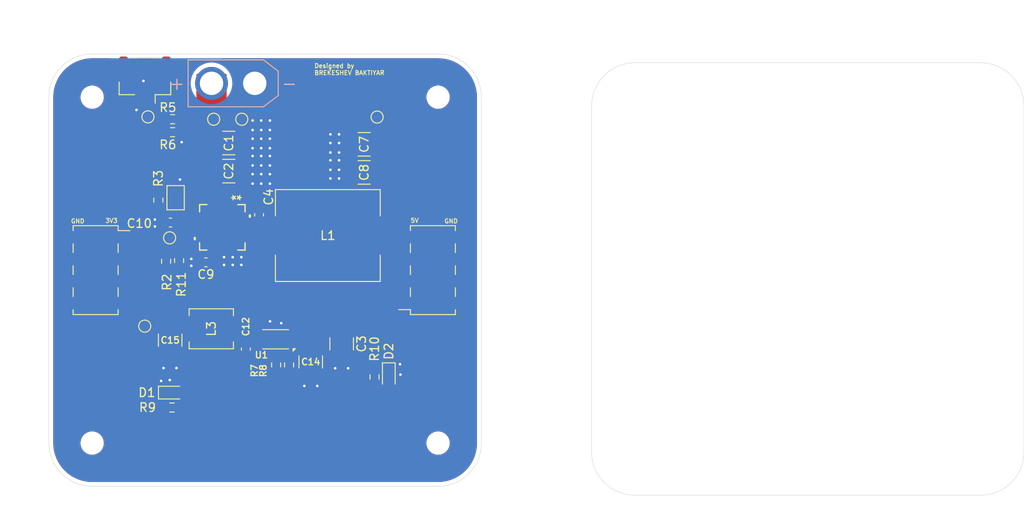
<source format=kicad_pcb>
(kicad_pcb (version 20240108) (generator "pcbnew") (generator_version "8.0")
  (layers (0 "F.Cu" signal) (31 "B.Cu" signal) (34 "B.Paste" user) (35 "F.Paste" user) (36 "B.SilkS" user "B.Silkscreen") (37 "F.SilkS" user "F.Silkscreen") (38 "B.Mask" user) (39 "F.Mask" user) (44 "Edge.Cuts" user))
  (net 0 "")
  (net 1 "V_IN")
  (net 2 "GND")
  (net 3 "+5V")
  (net 4 "Net-(U2-BST)")
  (net 5 "Net-(C4-Pad2)")
  (net 6 "Net-(U1-SW)")
  (net 7 "Net-(U2-VCC)")
  (net 8 "Net-(U2-SS)")
  (net 9 "Net-(JP2-B)")
  (net 10 "Net-(U2-FB)")
  (net 14 "Net-(U1-BOOST)")
  (net 15 "Net-(U1-V_{CC})")
  (net 16 "+3.3V")
  (net 17 "Net-(J2-Pin_1)")
  (net 20 "Net-(U1-Vfb)")
  (net 21 "Net-(D1-A)")
  (net 22 "Net-(D2-A)")
  (footprint "Connector_PinSocket_2.54mm:PinSocket_2x04_P2.54mm_Vertical_SMD" (layer "F.Cu") (at 184.4 105 180)
    (property "Reference" "J3" (hide yes))
    (property "Value" "Conn_02x04_Odd_Even")
    (pad "1" smd rect (at 2.52 -3.81 180) (size 3 1) (layers "F.Cu" "F.Paste" "F.Mask") (net 3 "+5V"))
    (pad "2" smd rect (at -2.52 -3.81 180) (size 3 1) (layers "F.Cu" "F.Paste" "F.Mask") (net 2 "GND"))
    (pad "3" smd rect (at 2.52 -1.270001 180) (size 3 1) (layers "F.Cu" "F.Paste" "F.Mask") (net 3 "+5V"))
    (pad "4" smd rect (at -2.52 -1.270001 180) (size 3 1) (layers "F.Cu" "F.Paste" "F.Mask") (net 2 "GND"))
    (pad "5" smd rect (at 2.52 1.270001 180) (size 3 1) (layers "F.Cu" "F.Paste" "F.Mask") (net 3 "+5V"))
    (pad "6" smd rect (at -2.52 1.270001 180) (size 3 1) (layers "F.Cu" "F.Paste" "F.Mask") (net 2 "GND"))
    (pad "7" smd rect (at 2.52 3.81 180) (size 3 1) (layers "F.Cu" "F.Paste" "F.Mask") (net 3 "+5V"))
    (pad "8" smd rect (at -2.52 3.81 180) (size 3 1) (layers "F.Cu" "F.Paste" "F.Mask") (net 2 "GND"))
  )
  (footprint "Resistor_SMD:R_0603_1608Metric_Pad0.98x0.95mm_HandSolder" (layer "F.Cu") (at 177.65 117.35625 -90)
    (property "Reference" "R10" (at -3.25 0 90) (layer "F.SilkS"))
    (property "Value" "220")
    (pad "1" smd roundrect (at -0.9125 0 270) (size 0.975 0.95) (layers "F.Cu" "F.Paste" "F.Mask") (net 3 "+5V"))
    (pad "2" smd roundrect (at 0.9125 0 270) (size 0.975 0.95) (layers "F.Cu" "F.Paste" "F.Mask") (net 22 "Net-(D2-A)"))
  )
  (footprint "Resistor_SMD:R_0603_1608Metric" (layer "F.Cu") (at 153.55 103.975 90)
    (property "Reference" "R2" (at -2.425 0.1 -90) (layer "F.SilkS"))
    (property "Value" "100k")
    (pad "1" smd roundrect (at -0.825 0 90) (size 0.8 0.95) (layers "F.Cu" "F.Paste" "F.Mask") (net 3 "+5V"))
    (pad "2" smd roundrect (at 0.825 0 90) (size 0.8 0.95) (layers "F.Cu" "F.Paste" "F.Mask") (net 10 "Net-(U2-FB)"))
  )
  (footprint "Capacitor_SMD:C_1210_3225Metric" (layer "F.Cu") (at 160.8 93.55)
    (property "Reference" "C2" (at 0 0 90) (layer "F.SilkS"))
    (property "Value" "2.2u")
    (pad "1" smd roundrect (at -1.475 0) (size 1.15 2.7) (layers "F.Cu" "F.Paste" "F.Mask") (roundrect_rratio 0.217391) (net 1 "V_IN"))
    (pad "2" smd roundrect (at 1.475 0) (size 1.15 2.7) (layers "F.Cu" "F.Paste" "F.Mask") (roundrect_rratio 0.217391) (net 2 "GND"))
  )
  (footprint "Capacitor_SMD:C_1210_3225Metric" (layer "F.Cu") (at 176.45 90.45 180)
    (property "Reference" "C7" (at 0 0 -90) (layer "F.SilkS"))
    (property "Value" "22uF")
    (pad "1" smd roundrect (at -1.475001 0 180) (size 1.15 2.7) (layers "F.Cu" "F.Paste" "F.Mask") (roundrect_rratio 0.217391) (net 3 "+5V"))
    (pad "2" smd roundrect (at 1.475001 0 180) (size 1.15 2.7) (layers "F.Cu" "F.Paste" "F.Mask") (roundrect_rratio 0.217391) (net 2 "GND"))
  )
  (footprint "Resistor_SMD:R_0603_1608Metric" (layer "F.Cu") (at 155.05 103.9 -90)
    (property "Reference" "R11" (at 2.75 -0.25 90) (layer "F.SilkS"))
    (property "Value" "22.1k")
    (pad "1" smd roundrect (at -0.825 0 270) (size 0.8 0.95) (layers "F.Cu" "F.Paste" "F.Mask") (net 10 "Net-(U2-FB)"))
    (pad "2" smd roundrect (at 0.825 0 270) (size 0.8 0.95) (layers "F.Cu" "F.Paste" "F.Mask") (net 2 "GND"))
  )
  (footprint "footprints:21-0140L_T2055-4_MXM" (layer "F.Cu") (at 160.05 100.05 -90)
    (property "Reference" "U2" (hide yes))
    (property "Value" "MAX17504ATP+T")
    (fp_text user "*" (at -3.4369 -1.625 -90) (layer "F.SilkS"))
    (fp_text user "*" (at -3.4369 -1.625 90) (layer "F.SilkS"))
    (pad "1" smd rect (at -2.3217 -1.3) (size 0.3056 0.960399) (layers "F.Cu" "F.Paste" "F.Mask") (net 1 "V_IN"))
    (pad "2" smd rect (at -2.3217 -0.649999) (size 0.3056 0.960399) (layers "F.Cu" "F.Paste" "F.Mask") (net 1 "V_IN"))
    (pad "3" smd rect (at -2.3217 0) (size 0.3056 0.960399) (layers "F.Cu" "F.Paste" "F.Mask") (net 1 "V_IN"))
    (pad "4" smd rect (at -2.3217 0.649999) (size 0.3056 0.960399) (layers "F.Cu" "F.Paste" "F.Mask") (net 1 "V_IN"))
    (pad "5" smd rect (at -2.3217 1.3) (size 0.3056 0.960399) (layers "F.Cu" "F.Paste" "F.Mask") (net 9 "Net-(JP2-B)"))
    (pad "6" smd rect (at -1.3 2.3217 270) (size 0.3056 0.960399) (layers "F.Cu" "F.Paste" "F.Mask"))
    (pad "7" smd rect (at -0.649999 2.3217 270) (size 0.3056 0.960399) (layers "F.Cu" "F.Paste" "F.Mask") (net 8 "Net-(U2-SS)"))
    (pad "8" smd rect (at 0 2.3217 270) (size 0.3056 0.960399) (layers "F.Cu" "F.Paste" "F.Mask"))
    (pad "9" smd rect (at 0.649999 2.3217 270) (size 0.3056 0.960399) (layers "F.Cu" "F.Paste" "F.Mask") (net 10 "Net-(U2-FB)"))
    (pad "10" smd rect (at 1.3 2.3217 270) (size 0.3056 0.960399) (layers "F.Cu" "F.Paste" "F.Mask"))
    (pad "11" smd rect (at 2.3217 1.3) (size 0.3056 0.960399) (layers "F.Cu" "F.Paste" "F.Mask") (net 2 "GND"))
    (pad "12" smd rect (at 2.3217 0.649999) (size 0.3056 0.960399) (layers "F.Cu" "F.Paste" "F.Mask") (net 7 "Net-(U2-VCC)"))
    (pad "13" smd rect (at 2.3217 0) (size 0.3056 0.960399) (layers "F.Cu" "F.Paste" "F.Mask") (net 2 "GND"))
    (pad "14" smd rect (at 2.3217 -0.649999) (size 0.3056 0.960399) (layers "F.Cu" "F.Paste" "F.Mask") (net 2 "GND"))
    (pad "15" smd rect (at 2.3217 -1.3) (size 0.3056 0.960399) (layers "F.Cu" "F.Paste" "F.Mask") (net 2 "GND"))
    (pad "16" smd rect (at 1.3 -2.3217 270) (size 0.3056 0.960399) (layers "F.Cu" "F.Paste" "F.Mask") (net 2 "GND"))
    (pad "17" smd rect (at 0.649999 -2.3217 270) (size 0.3056 0.960399) (layers "F.Cu" "F.Paste" "F.Mask") (net 5 "Net-(C4-Pad2)"))
    (pad "18" smd rect (at 0 -2.3217 270) (size 0.3056 0.960399) (layers "F.Cu" "F.Paste" "F.Mask") (net 5 "Net-(C4-Pad2)"))
    (pad "19" smd rect (at -0.649999 -2.3217 270) (size 0.3056 0.960399) (layers "F.Cu" "F.Paste" "F.Mask") (net 5 "Net-(C4-Pad2)"))
    (pad "20" smd rect (at -1.3 -2.3217 270) (size 0.3056 0.960399) (layers "F.Cu" "F.Paste" "F.Mask") (net 4 "Net-(U2-BST)"))
    (pad "21" smd rect (at 0 0 270) (size 3.2004 3.2004) (layers "F.Cu" "F.Paste" "F.Mask") (net 2 "GND"))
  )
  (footprint "Inductor_SMD:L_Chilisin_BMRF00101040" (layer "F.Cu") (at 172.25 101)
    (property "Reference" "L1" (at 0 0 0) (layer "F.SilkS"))
    (property "Value" "10u")
    (pad "1" smd rect (at -4.75 0) (size 3.5 4) (layers "F.Cu" "F.Paste" "F.Mask") (net 5 "Net-(C4-Pad2)"))
    (pad "2" smd rect (at 4.75 0) (size 3.5 4) (layers "F.Cu" "F.Paste" "F.Mask") (net 3 "+5V"))
  )
  (footprint "Capacitor_SMD:C_1210_3225Metric" (layer "F.Cu") (at 170.273201 115.607801 -90)
    (property "Reference" "C14" (at 0 0 180) (layer "F.SilkS") (effects (font (size 0.75 0.75))))
    (property "Value" "2.2uF")
    (pad "1" smd roundrect (at -1.475001 0 270) (size 1.15 2.7) (layers "F.Cu" "F.Paste" "F.Mask") (roundrect_rratio 0.217391) (net 15 "Net-(U1-V_{CC})"))
    (pad "2" smd roundrect (at 1.475001 0 270) (size 1.15 2.7) (layers "F.Cu" "F.Paste" "F.Mask") (roundrect_rratio 0.217391) (net 2 "GND"))
  )
  (footprint "MountingHole:MountingHole_2.2mm_M2" (layer "F.Cu") (at 185 125)
    (property "Reference" "H3" (hide yes))
    (property "Value" "MountingHole")
    (pad "" np_thru_hole circle (at 0 0) (size 2.2 2.2) (drill 2.2) (layers "*.Cu" "*.Mask"))
  )
  (footprint "MountingHole:MountingHole_2.2mm_M2" (layer "F.Cu") (at 145 85)
    (property "Reference" "H2" (hide yes))
    (property "Value" "MountingHole")
    (pad "" np_thru_hole circle (at 0 0) (size 2.2 2.2) (drill 2.2) (layers "*.Cu" "*.Mask"))
  )
  (footprint "MountingHole:MountingHole_2.2mm_M2" (layer "F.Cu") (at 145 125)
    (property "Reference" "H4" (hide yes))
    (property "Value" "MountingHole")
    (pad "" np_thru_hole circle (at 0 0) (size 2.2 2.2) (drill 2.2) (layers "*.Cu" "*.Mask"))
  )
  (footprint "TestPoint:TestPoint_Pad_D1.0mm" (layer "F.Cu") (at 177.95 87.3 90)
    (property "Reference" "TP3" (hide yes))
    (property "Value" "TestPoint")
    (pad "1" smd circle (at 0 0 90) (size 1 1) (layers "F.Cu" "F.Mask") (net 3 "+5V"))
  )
  (footprint "Inductor_SMD:L_Chilisin_BMRA00040415" (layer "F.Cu") (at 158.7732 111.782799 180)
    (property "Reference" "L3" (at 0 0 -90) (layer "F.SilkS"))
    (property "Value" "15u")
    (pad "1" smd rect (at -1.850001 0 180) (size 1.5 2.5) (layers "F.Cu" "F.Paste" "F.Mask") (net 6 "Net-(U1-SW)"))
    (pad "2" smd rect (at 1.850001 0 180) (size 1.5 2.5) (layers "F.Cu" "F.Paste" "F.Mask") (net 16 "+3.3V"))
  )
  (footprint "Resistor_SMD:R_0603_1608Metric" (layer "F.Cu") (at 152.65 96.9 -90)
    (property "Reference" "R3" (at -2.5 0 90) (layer "F.SilkS"))
    (property "Value" "1k")
    (pad "1" smd roundrect (at -0.825 0 270) (size 0.8 0.95) (layers "F.Cu" "F.Paste" "F.Mask") (net 3 "+5V"))
    (pad "2" smd roundrect (at 0.825 0 270) (size 0.8 0.95) (layers "F.Cu" "F.Paste" "F.Mask") (net 9 "Net-(JP2-B)"))
  )
  (footprint "TestPoint:TestPoint_Pad_D1.0mm" (layer "F.Cu") (at 151.077 111.477999 90)
    (property "Reference" "TP7" (hide yes))
    (property "Value" "TestPoint")
    (pad "1" smd circle (at 0 0 90) (size 1 1) (layers "F.Cu" "F.Mask") (net 16 "+3.3V"))
  )
  (footprint "Capacitor_SMD:C_1210_3225Metric" (layer "F.Cu") (at 160.8 90.3)
    (property "Reference" "C1" (at 0 0 90) (layer "F.SilkS"))
    (property "Value" "2.2u")
    (pad "1" smd roundrect (at -1.475 0) (size 1.15 2.7) (layers "F.Cu" "F.Paste" "F.Mask") (roundrect_rratio 0.217391) (net 1 "V_IN"))
    (pad "2" smd roundrect (at 1.475 0) (size 1.15 2.7) (layers "F.Cu" "F.Paste" "F.Mask") (roundrect_rratio 0.217391) (net 2 "GND"))
  )
  (footprint "TestPoint:TestPoint_Pad_D1.0mm" (layer "F.Cu") (at 159.05 87.55)
    (property "Reference" "TP1" (hide yes))
    (property "Value" "TestPoint")
    (pad "1" smd circle (at 0 0) (size 1 1) (layers "F.Cu" "F.Mask") (net 1 "V_IN"))
  )
  (footprint "Capacitor_SMD:C_1210_3225Metric" (layer "F.Cu") (at 173.85 113.525 -90)
    (property "Reference" "C3" (at 0 -2.300001 90) (layer "F.SilkS"))
    (property "Value" "22uF")
    (pad "1" smd roundrect (at -1.475001 0 270) (size 1.15 2.7) (layers "F.Cu" "F.Paste" "F.Mask") (roundrect_rratio 0.217391) (net 3 "+5V"))
    (pad "2" smd roundrect (at 1.475001 0 270) (size 1.15 2.7) (layers "F.Cu" "F.Paste" "F.Mask") (roundrect_rratio 0.217391) (net 2 "GND"))
  )
  (footprint "Connector_PinSocket_2.54mm:PinSocket_2x04_P2.54mm_Vertical_SMD" (layer "F.Cu") (at 145.4 105)
    (property "Reference" "J4" (hide yes))
    (property "Value" "Conn_02x04_Odd_Even")
    (pad "1" smd rect (at 2.52 -3.81) (size 3 1) (layers "F.Cu" "F.Paste" "F.Mask") (net 16 "+3.3V"))
    (pad "2" smd rect (at -2.52 -3.81) (size 3 1) (layers "F.Cu" "F.Paste" "F.Mask") (net 2 "GND"))
    (pad "3" smd rect (at 2.52 -1.27) (size 3 1) (layers "F.Cu" "F.Paste" "F.Mask") (net 16 "+3.3V"))
    (pad "4" smd rect (at -2.52 -1.27) (size 3 1) (layers "F.Cu" "F.Paste" "F.Mask") (net 2 "GND"))
    (pad "5" smd rect (at 2.52 1.27) (size 3 1) (layers "F.Cu" "F.Paste" "F.Mask") (net 16 "+3.3V"))
    (pad "6" smd rect (at -2.52 1.27) (size 3 1) (layers "F.Cu" "F.Paste" "F.Mask") (net 2 "GND"))
    (pad "7" smd rect (at 2.52 3.81) (size 3 1) (layers "F.Cu" "F.Paste" "F.Mask") (net 16 "+3.3V"))
    (pad "8" smd rect (at -2.52 3.81) (size 3 1) (layers "F.Cu" "F.Paste" "F.Mask") (net 2 "GND"))
  )
  (footprint "Fiducial:Fiducial_0.5mm_Mask1mm" (layer "F.Cu") (at 187.5 82.5)
    (property "Reference" "FID1" (hide yes))
    (property "Value" "Fiducial")
    (pad "" smd circle (at 0 0) (size 0.5 0.5) (layers "F.Cu" "F.Mask") (clearance 0.25))
  )
  (footprint "Fiducial:Fiducial_0.5mm_Mask1mm" (layer "F.Cu") (at 142.5 127.5)
    (property "Reference" "FID3" (hide yes))
    (property "Value" "Fiducial")
    (pad "" smd circle (at 0 0) (size 0.5 0.5) (layers "F.Cu" "F.Mask") (clearance 0.25))
  )
  (footprint "Resistor_SMD:R_0603_1608Metric" (layer "F.Cu") (at 167.7732 115.957801 -90)
    (property "Reference" "R8" (at 0.674999 3 90) (layer "F.SilkS") (effects (font (size 0.75 0.75))))
    (property "Value" "10k")
    (pad "1" smd roundrect (at -0.825 0 270) (size 0.8 0.95) (layers "F.Cu" "F.Paste" "F.Mask") (net 20 "Net-(U1-Vfb)"))
    (pad "2" smd roundrect (at 0.825 0 270) (size 0.8 0.95) (layers "F.Cu" "F.Paste" "F.Mask") (net 2 "GND"))
  )
  (footprint "Resistor_SMD:R_0603_1608Metric" (layer "F.Cu") (at 154.3 89.05)
    (property "Reference" "R6" (at -0.55 1.45 0) (layer "F.SilkS"))
    (property "Value" "0")
    (pad "1" smd roundrect (at -0.825 0) (size 0.8 0.95) (layers "F.Cu" "F.Paste" "F.Mask") (net 17 "Net-(J2-Pin_1)"))
    (pad "2" smd roundrect (at 0.825 0) (size 0.8 0.95) (layers "F.Cu" "F.Paste" "F.Mask") (net 2 "GND"))
  )
  (footprint "Resistor_SMD:R_0603_1608Metric_Pad0.98x0.95mm_HandSolder" (layer "F.Cu") (at 154.237501 120.887499)
    (property "Reference" "R9" (at -2.837499 0 360) (layer "F.SilkS"))
    (property "Value" "220")
    (pad "1" smd roundrect (at -0.9125 0) (size 0.975 0.95) (layers "F.Cu" "F.Paste" "F.Mask") (net 16 "+3.3V"))
    (pad "2" smd roundrect (at 0.9125 0) (size 0.975 0.95) (layers "F.Cu" "F.Paste" "F.Mask") (net 21 "Net-(D1-A)"))
  )
  (footprint "TestPoint:TestPoint_Pad_D1.0mm" (layer "F.Cu") (at 162.3 87.55)
    (property "Reference" "TP4" (hide yes))
    (property "Value" "TestPoint")
    (pad "1" smd circle (at 0 0) (size 1 1) (layers "F.Cu" "F.Mask") (net 2 "GND"))
  )
  (footprint "Resistor_SMD:R_0603_1608Metric" (layer "F.Cu") (at 166.2732 115.957801 90)
    (property "Reference" "R7" (at -0.674998 -2.5 -90) (layer "F.SilkS") (effects (font (size 0.75 0.75))))
    (property "Value" "31.6k")
    (pad "1" smd roundrect (at -0.825 0 90) (size 0.8 0.95) (layers "F.Cu" "F.Paste" "F.Mask") (net 16 "+3.3V"))
    (pad "2" smd roundrect (at 0.825 0 90) (size 0.8 0.95) (layers "F.Cu" "F.Paste" "F.Mask") (net 20 "Net-(U1-Vfb)"))
  )
  (footprint "Fiducial:Fiducial_0.5mm_Mask1mm" (layer "F.Cu") (at 187.5 127.5)
    (property "Reference" "FID4" (hide yes))
    (property "Value" "Fiducial")
    (pad "" smd circle (at 0 0) (size 0.5 0.5) (layers "F.Cu" "F.Mask") (clearance 0.25))
  )
  (footprint "Capacitor_SMD:C_0603_1608Metric" (layer "F.Cu") (at 164.3 98.6 -90)
    (property "Reference" "C4" (at -2.0598 -1.1092 90) (layer "F.SilkS"))
    (property "Value" "100n")
    (pad "1" smd roundrect (at -0.775 0 270) (size 0.9 0.95) (layers "F.Cu" "F.Paste" "F.Mask") (net 4 "Net-(U2-BST)"))
    (pad "2" smd roundrect (at 0.775 0 270) (size 0.9 0.95) (layers "F.Cu" "F.Paste" "F.Mask") (net 5 "Net-(C4-Pad2)"))
  )
  (footprint "Capacitor_SMD:C_0603_1608Metric" (layer "F.Cu") (at 162.7732 114.1328 90)
    (property "Reference" "C12" (at 2.600001 0 -90) (layer "F.SilkS") (effects (font (size 0.75 0.75))))
    (property "Value" "100n")
    (pad "1" smd roundrect (at -0.775 0 90) (size 0.9 0.95) (layers "F.Cu" "F.Paste" "F.Mask") (net 14 "Net-(U1-BOOST)"))
    (pad "2" smd roundrect (at 0.775 0 90) (size 0.9 0.95) (layers "F.Cu" "F.Paste" "F.Mask") (net 6 "Net-(U1-SW)"))
  )
  (footprint "TestPoint:TestPoint_Pad_D1.0mm" (layer "F.Cu") (at 151.45 87.275)
    (property "Reference" "TP5" (hide yes))
    (property "Value" "TestPoint")
    (pad "1" smd circle (at 0 0) (size 1 1) (layers "F.Cu" "F.Mask") (net 17 "Net-(J2-Pin_1)"))
  )
  (footprint "TestPoint:TestPoint_Pad_D1.0mm" (layer "F.Cu") (at 153.9538 101.2646)
    (property "Reference" "TP2" (hide yes))
    (property "Value" "TestPoint")
    (pad "1" smd circle (at 0 0) (size 1 1) (layers "F.Cu" "F.Mask") (net 10 "Net-(U2-FB)"))
  )
  (footprint "Capacitor_SMD:C_0603_1608Metric" (layer "F.Cu") (at 158.15 104.1 180)
    (property "Reference" "C9" (at 0 -1.4 180) (layer "F.SilkS"))
    (property "Value" "2.2u")
    (pad "1" smd roundrect (at -0.775 0 180) (size 0.9 0.95) (layers "F.Cu" "F.Paste" "F.Mask") (net 7 "Net-(U2-VCC)"))
    (pad "2" smd roundrect (at 0.775 0 180) (size 0.9 0.95) (layers "F.Cu" "F.Paste" "F.Mask") (net 2 "GND"))
  )
  (footprint "Resistor_SMD:R_0603_1608Metric" (layer "F.Cu") (at 154.3 87.55 180)
    (property "Reference" "R5" (at 0.55 1.35 180) (layer "F.SilkS"))
    (property "Value" "0")
    (pad "1" smd roundrect (at -0.825 0 180) (size 0.8 0.95) (layers "F.Cu" "F.Paste" "F.Mask") (net 1 "V_IN"))
    (pad "2" smd roundrect (at 0.825 0 180) (size 0.8 0.95) (layers "F.Cu" "F.Paste" "F.Mask") (net 17 "Net-(J2-Pin_1)"))
  )
  (footprint "Capacitor_SMD:C_1210_3225Metric" (layer "F.Cu") (at 154.019201 113.101798 -90)
    (property "Reference" "C15" (at 0 0 180) (layer "F.SilkS") (effects (font (size 0.75 0.75))))
    (property "Value" "22uF")
    (pad "1" smd roundrect (at -1.475001 0 270) (size 1.15 2.7) (layers "F.Cu" "F.Paste" "F.Mask") (roundrect_rratio 0.217391) (net 16 "+3.3V"))
    (pad "2" smd roundrect (at 1.475001 0 270) (size 1.15 2.7) (layers "F.Cu" "F.Paste" "F.Mask") (roundrect_rratio 0.217391) (net 2 "GND"))
  )
  (footprint "MountingHole:MountingHole_2.2mm_M2" (layer "F.Cu") (at 185 85)
    (property "Reference" "H1" (hide yes))
    (property "Value" "MountingHole")
    (pad "" np_thru_hole circle (at 0 0) (size 2.2 2.2) (drill 2.2) (layers "*.Cu" "*.Mask"))
  )
  (footprint "Package_DFN_QFN:DFN-8-1EP_3x2mm_P0.5mm_EP1.75x1.45mm" (layer "F.Cu") (at 166.2107 112.9953 180)
    (property "Reference" "U1" (at 1.6355 -1.8191 180) (layer "F.SilkS") (effects (font (size 0.75 0.75))))
    (property "Value" "MCP16311x-xMNY")
    (pad "1" smd rect (at -1.45 -0.75 180) (size 0.75 0.3) (layers "F.Cu" "F.Paste" "F.Mask") (net 20 "Net-(U1-Vfb)"))
    (pad "2" smd rect (at -1.45 -0.25 180) (size 0.75 0.3) (layers "F.Cu" "F.Paste" "F.Mask") (net 15 "Net-(U1-V_{CC})"))
    (pad "3" smd rect (at -1.45 0.25 180) (size 0.75 0.3) (layers "F.Cu" "F.Paste" "F.Mask") (net 3 "+5V"))
    (pad "4" smd rect (at -1.45 0.75 180) (size 0.75 0.3) (layers "F.Cu" "F.Paste" "F.Mask") (net 3 "+5V"))
    (pad "5" smd rect (at 1.45 0.75 180) (size 0.75 0.3) (layers "F.Cu" "F.Paste" "F.Mask") (net 2 "GND"))
    (pad "6" smd rect (at 1.45 0.25 180) (size 0.75 0.3) (layers "F.Cu" "F.Paste" "F.Mask") (net 6 "Net-(U1-SW)"))
    (pad "7" smd rect (at 1.45 -0.25 180) (size 0.75 0.3) (layers "F.Cu" "F.Paste" "F.Mask") (net 14 "Net-(U1-BOOST)"))
    (pad "8" smd rect (at 1.45 -0.75 180) (size 0.75 0.3) (layers "F.Cu" "F.Paste" "F.Mask") (net 2 "GND"))
    (pad "9" smd rect (at 0 0 180) (size 1.75 1.45) (layers "F.Cu" "F.Mask") (net 2 "GND"))
  )
  (footprint "Capacitor_SMD:C_0603_1608Metric" (layer "F.Cu") (at 154.05 99.5 180)
    (property "Reference" "C10" (at 3.6 -0.1 180) (layer "F.SilkS"))
    (property "Value" "12000pF")
    (pad "1" smd roundrect (at -0.775 0 180) (size 0.9 0.95) (layers "F.Cu" "F.Paste" "F.Mask") (net 8 "Net-(U2-SS)"))
    (pad "2" smd roundrect (at 0.775 0 180) (size 0.9 0.95) (layers "F.Cu" "F.Paste" "F.Mask") (net 2 "GND"))
  )
  (footprint "LED_SMD:LED_0603_1608Metric_Pad1.05x0.95mm_HandSolder" (layer "F.Cu") (at 179.3 117.38125 -90)
    (property "Reference" "D2" (at -3 0 90) (layer "F.SilkS"))
    (property "Value" "LED")
    (pad "1" smd roundrect (at -0.874999 0 270) (size 1.05 0.95) (layers "F.Cu" "F.Paste" "F.Mask") (net 2 "GND"))
    (pad "2" smd roundrect (at 0.874999 0 270) (size 1.05 0.95) (layers "F.Cu" "F.Paste" "F.Mask") (net 22 "Net-(D2-A)"))
  )
  (footprint "Capacitor_SMD:C_1210_3225Metric" (layer "F.Cu") (at 176.45 93.7 180)
    (property "Reference" "C8" (at 0 0 -90) (layer "F.SilkS"))
    (property "Value" "22uF")
    (pad "1" smd roundrect (at -1.475001 0 180) (size 1.15 2.7) (layers "F.Cu" "F.Paste" "F.Mask") (roundrect_rratio 0.217391) (net 3 "+5V"))
    (pad "2" smd roundrect (at 1.475001 0 180) (size 1.15 2.7) (layers "F.Cu" "F.Paste" "F.Mask") (roundrect_rratio 0.217391) (net 2 "GND"))
  )
  (footprint "Fiducial:Fiducial_0.5mm_Mask1mm" (layer "F.Cu") (at 142.5 82.5)
    (property "Reference" "FID2" (hide yes))
    (property "Value" "Fiducial")
    (pad "" smd circle (at 0 0) (size 0.5 0.5) (layers "F.Cu" "F.Mask") (clearance 0.25))
  )
  (footprint "Connector_JST:JST_GH_SM02B-GHS-TB_1x02-1MP_P1.25mm_Horizontal" (layer "F.Cu") (at 151.1 83 180)
    (property "Reference" "J2" (hide yes))
    (property "Value" "Conn_01x02_MountingPin")
    (pad "1" smd roundrect (at -0.625 -1.85 180) (size 0.6 1.7) (layers "F.Cu" "F.Paste" "F.Mask") (net 17 "Net-(J2-Pin_1)"))
    (pad "2" smd roundrect (at 0.625 -1.85 180) (size 0.6 1.7) (layers "F.Cu" "F.Paste" "F.Mask") (net 2 "GND"))
    (pad "MP" smd roundrect (at -2.475 1.35 180) (size 1 2.7) (layers "F.Cu" "F.Paste" "F.Mask"))
    (pad "MP" smd roundrect (at 2.475 1.35 180) (size 1 2.7) (layers "F.Cu" "F.Paste" "F.Mask"))
  )
  (footprint "LED_SMD:LED_0603_1608Metric_Pad1.05x0.95mm_HandSolder" (layer "F.Cu") (at 154.325001 119.162499)
    (property "Reference" "D1" (at -3 0 360) (layer "F.SilkS"))
    (property "Value" "LED")
    (pad "1" smd roundrect (at -0.874999 0) (size 1.05 0.95) (layers "F.Cu" "F.Paste" "F.Mask") (net 2 "GND"))
    (pad "2" smd roundrect (at 0.874999 0) (size 1.05 0.95) (layers "F.Cu" "F.Paste" "F.Mask") (net 21 "Net-(D1-A)"))
  )
  (footprint "Jumper:SolderJumper-2_P1.3mm_Open_TrianglePad1.0x1.5mm" (layer "F.Cu") (at 154.65 96.624999 -90)
    (property "Reference" "JP2" (hide yes))
    (property "Value" "SolderJumper_2_Open")
    (pad "1" smd custom (at -0.724999 0 270) (size 0.3 0.3) (layers "F.Cu" "F.Mask") (net 2 "GND") (options (clearance outline) (anchor rect)) (primitives (gr_poly (pts (xy 1 0) (xy 0.5 0.75) (xy -0.5 0.75) (xy -0.5 -0.75) (xy 0.5 -0.75)) (width 0) (fill yes))))
    (pad "2" smd custom (at 0.724999 0 270) (size 0.3 0.3) (layers "F.Cu" "F.Mask") (net 9 "Net-(JP2-B)") (options (clearance outline) (anchor rect)) (primitives (gr_poly (pts (xy 0.5 0.75) (xy -0.65 0.75) (xy -0.15 0) (xy -0.65 -0.75) (xy 0.5 -0.75)) (width 0) (fill yes))))
  )
  (footprint "Connector_AMASS:AMASS_XT30U-M_1x02_P5.0mm_Vertical" (layer "B.Cu") (at 163.8 83.4 180)
    (property "Reference" "J1" (hide yes))
    (property "Value" "Conn_01x02")
    (fp_text user "-" (at -4 0 180) (layer "B.SilkS") (effects (font (size 1.5 1.5)) (justify mirror)))
    (fp_text user "+" (at 9 0 180) (layer "B.SilkS") (effects (font (size 1.5 1.5)) (justify mirror)))
    (pad "1" thru_hole rect (at 0 0 180) (size 3.8 3.8) (drill 2.7) (layers "*.Cu" "*.Mask") (net 2 "GND"))
    (pad "2" thru_hole circle (at 5 0 180) (size 3.8 3.8) (drill 2.7) (layers "*.Cu" "*.Mask") (net 1 "V_IN"))
  )
  (gr_arc (start 247.75 81.025) (mid 251.285534 82.489466) (end 252.75 86.025) (stroke (width 0.05)) (layer "Edge.Cuts"))
  (gr_line (start 202.75 126.025) (end 202.75 86.025) (stroke (width 0.05)) (layer "Edge.Cuts"))
  (gr_arc (start 202.75 86.025) (mid 204.214466 82.489466) (end 207.75 81.025) (stroke (width 0.05)) (layer "Edge.Cuts"))
  (gr_arc (start 185 80) (mid 188.535534 81.464466) (end 190 85) (stroke (width 0.05)) (layer "Edge.Cuts"))
  (gr_line (start 247.75 131.025) (end 207.75 131.025) (stroke (width 0.05)) (layer "Edge.Cuts"))
  (gr_arc (start 140 85) (mid 141.464466 81.464466) (end 145 80) (stroke (width 0.05)) (layer "Edge.Cuts"))
  (gr_line (start 145 80) (end 185 80) (stroke (width 0.05)) (layer "Edge.Cuts"))
  (gr_arc (start 145 130) (mid 141.464466 128.535534) (end 140 125) (stroke (width 0.05)) (layer "Edge.Cuts"))
  (gr_arc (start 252.75 126.025) (mid 251.285534 129.560534) (end 247.75 131.025) (stroke (width 0.05)) (layer "Edge.Cuts"))
  (gr_line (start 190 85) (end 190 125) (stroke (width 0.05)) (layer "Edge.Cuts"))
  (gr_line (start 185 130) (end 145 130) (stroke (width 0.05)) (layer "Edge.Cuts"))
  (gr_arc (start 190 125) (mid 188.535534 128.535534) (end 185 130) (stroke (width 0.05)) (layer "Edge.Cuts"))
  (gr_line (start 140 125) (end 140 85) (stroke (width 0.05)) (layer "Edge.Cuts"))
  (gr_line (start 207.75 81.025) (end 247.75 81.025) (stroke (width 0.05)) (layer "Edge.Cuts"))
  (gr_arc (start 207.75 131.025) (mid 204.214466 129.560534) (end 202.75 126.025) (stroke (width 0.05)) (layer "Edge.Cuts"))
  (gr_line (start 252.75 86.025) (end 252.75 126.025) (stroke (width 0.05)) (layer "Edge.Cuts"))
  (gr_text "GND" (at 185.675 99.625 0) (layer "F.SilkS") (effects (font (size 0.5 0.5) (thickness 0.1)) (justify left bottom)))
  (gr_text "3V3" (at 146.475 99.575 0) (layer "F.SilkS") (effects (font (size 0.5 0.5) (thickness 0.1)) (justify left bottom)))
  (gr_text "5V" (at 181.775 99.55 0) (layer "F.SilkS") (effects (font (size 0.5 0.5) (thickness 0.1)) (justify left bottom)))
  (gr_text "Designed by \nBREKESHEV BAKTIYAR" (at 170.65 82.475 0) (layer "F.SilkS") (effects (font (size 0.5 0.5) (thickness 0.1)) (justify left bottom)))
  (gr_text "GND" (at 142.5 99.625 0) (layer "F.SilkS") (effects (font (size 0.5 0.5) (thickness 0.1)) (justify left bottom)))
  (segment (start 159.05 87.55) (end 155.125 87.55) (width 1) (layer "F.Cu") (net 1))
  (segment (start 155.125 89.05) (end 155.125 89.975) (width 1) (layer "F.Cu") (net 2))
  (segment (start 170.284199 117.6398) (end 169.534201 118.389799) (width 1) (layer "F.Cu") (net 2))
  (segment (start 167.7732 116.7828) (end 169.973199 116.7828) (width 1) (layer "F.Cu") (net 2))
  (segment (start 153.275 99.499999) (end 152.6 99.499999) (width 0.5) (layer "F.Cu") (net 2))
  (segment (start 166.2107 111.5731) (end 166.2107 112.9953) (width 1) (layer "F.Cu") (net 2))
  (segment (start 180.224999 116.506251) (end 180.6 116.13125) (width 0.3) (layer "F.Cu") (net 2))
  (segment (start 166.8612 111.1314) (end 166.2107 111.7819) (width 1) (layer "F.Cu") (net 2))
  (segment (start 150.475 84.85) (end 150.475 83.575) (width 0.5) (layer "F.Cu") (net 2))
  (segment (start 158.700001 102.774999) (end 158.700001 102.3717) (width 0.5) (layer "F.Cu") (net 2))
  (segment (start 179.3 116.506251) (end 180.224999 116.506251) (width 0.3) (layer "F.Cu") (net 2))
  (segment (start 173.85 115.6) (end 173.100002 116.349999) (width 1) (layer "F.Cu") (net 2))
  (segment (start 153.450002 118.237497) (end 153.975 117.712499) (width 0.3) (layer "F.Cu") (net 2))
  (segment (start 152.7 99.499999) (end 152.25 99.949999) (width 0.5) (layer "F.Cu") (net 2))
  (segment (start 154.65 95.024999) (end 155.150002 94.524999) (width 1) (layer "F.Cu") (net 2))
  (segment (start 169.973199 116.7828) (end 170.273201 117.082802) (width 1) (layer "F.Cu") (net 2))
  (segment (start 155.125 89.975) (end 155.35 90.2) (width 1) (layer "F.Cu") (net 2))
  (segment (start 164.7607 112.2453) (end 165.4607 112.2453) (width 0.3) (layer "F.Cu") (net 2))
  (segment (start 154.650001 95.7) (end 154.65 95.024999) (width 1) (layer "F.Cu") (net 2))
  (segment (start 156.8125 104.05) (end 156.4625 103.7) (width 0.5) (layer "F.Cu") (net 2))
  (segment (start 171.034201 118.3898) (end 170.157201 117.512799) (width 1) (layer "F.Cu") (net 2))
  (segment (start 180.65 117.08125) (end 180.65 116.931252) (width 0.3) (layer "F.Cu") (net 2))
  (segment (start 154 115.575004) (end 153.250004 116.325002) (width 1) (layer "F.Cu") (net 2))
  (segment (start 165.460701 113.7453) (end 166.2107 112.9953) (width 0.3) (layer "F.Cu") (net 2))
  (segment (start 164.7607 113.7453) (end 165.460701 113.7453) (width 0.3) (layer "F.Cu") (net 2))
  (segment (start 152.6 99.499999) (end 152.25 99.149999) (width 0.5) (layer "F.Cu") (net 2))
  (segment (start 153.450002 119.162499) (end 153.450002 118.2875) (width 0.3) (layer "F.Cu") (net 2))
  (segment (start 154.019201 114.576799) (end 154.019201 115.594201) (width 1) (layer "F.Cu") (net 2))
  (segment (start 150.475 84.85) (end 150.475 86.125) (width 0.5) (layer "F.Cu") (net 2))
  (segment (start 156.9125 104.05) (end 156.4625 104.5) (width 0.5) (layer "F.Cu") (net 2))
  (segment (start 157.4875 104.05) (end 156.9125 104.05) (width 0.5) (layer "F.Cu") (net 2))
  (segment (start 157.375 104.1) (end 158.700001 102.774999) (width 0.5) (layer "F.Cu") (net 2))
  (segment (start 180.65 116.931252) (end 180.224999 116.506251) (width 0.3) (layer "F.Cu") (net 2))
  (segment (start 153.450002 119.162499) (end 153.450002 118.237497) (width 0.3) (layer "F.Cu") (net 2))
  (segment (start 153.450002 118.2875) (end 152.975001 117.812499) (width 0.3) (layer "F.Cu") (net 2))
  (segment (start 150.475 83.575) (end 150.925 83.125) (width 0.5) (layer "F.Cu") (net 2))
  (segment (start 166.2107 111.7819) (end 166.2107 112.9953) (width 1) (layer "F.Cu") (net 2))
  (segment (start 174.600002 116.35) (end 173.723002 115.472999) (width 1) (layer "F.Cu") (net 2))
  (segment (start 165.4607 112.2453) (end 166.2107 112.9953) (width 0.3) (layer "F.Cu") (net 2))
  (segment (start 150.475 86.125) (end 150.125 86.475) (width 0.5) (layer "F.Cu") (net 2))
  (segment (start 154.019201 115.594201) (end 154.750002 116.325002) (width 1) (layer "F.Cu") (net 2))
  (segment (start 180.6 116.13125) (end 180.6 115.88125) (width 0.3) (layer "F.Cu") (net 2))
  (segment (start 165.5658 110.9282) (end 166.2107 111.5731) (width 1) (layer "F.Cu") (net 2))
  (segment (start 153.275 99.499999) (end 152.7 99.499999) (width 0.5) (layer "F.Cu") (net 2))
  (via (at 164.55 93.9) (size 0.6) (drill 0.3) (layers "F.Cu" "B.Cu") (net 2))
  (via (at 164.55 92.9) (size 0.6) (drill 0.3) (layers "F.Cu" "B.Cu") (net 2))
  (via (at 165.55 91.8) (size 0.6) (drill 0.3) (layers "F.Cu" "B.Cu") (net 2))
  (via (at 180.65 117.08125) (size 0.6) (drill 0.3) (layers "F.Cu" "B.Cu") (net 2))
  (via (at 162.25 104.4) (size 0.6) (drill 0.3) (layers "F.Cu" "B.Cu") (net 2))
  (via (at 163.55 92.9) (size 0.6) (drill 0.3) (layers "F.Cu" "B.Cu") (net 2))
  (via (at 161.25 103.5) (size 0.6) (drill 0.3) (layers "F.Cu" "B.Cu") (net 2))
  (via (at 163.55 88.8) (size 0.6) (drill 0.3) (layers "F.Cu" "B.Cu") (net 2))
  (via (at 154.750002 116.325002) (size 0.6) (drill 0.3) (layers "F.Cu" "B.Cu") (net 2))
  (via (at 163.55 89.8) (size 0.6) (drill 0.3) (layers "F.Cu" "B.Cu") (net 2))
  (via (at 180.6 115.88125) (size 0.6) (drill 0.3) (layers "F.Cu" "B.Cu") (net 2))
  (via (at 173.55 93.4) (size 0.6) (drill 0.3) (layers "F.Cu" "B.Cu") (net 2))
  (via (at 164.55 90.9) (size 0.6) (drill 0.3) (layers "F.Cu" "B.Cu") (net 2))
  (via (at 155.35 90.2) (size 0.6) (drill 0.3) (layers "F.Cu" "B.Cu") (net 2))
  (via (at 161.25 104.4) (size 0.6) (drill 0.3) (layers "F.Cu" "B.Cu") (net 2))
  (via (at 156.4625 104.5) (size 0.6) (drill 0.3) (layers "F.Cu" "B.Cu") (net 2))
  (via (at 164.55 87.7) (size 0.6) (drill 0.3) (layers "F.Cu" "B.Cu") (net 2))
  (via (at 153.975 117.712499) (size 0.6) (drill 0.3) (layers "F.Cu" "B.Cu") (net 2))
  (via (at 155.150002 94.524999) (size 0.6) (drill 0.3) (layers "F.Cu" "B.Cu") (net 2))
  (via (at 173.55 94.4) (size 0.6) (drill 0.3) (layers "F.Cu" "B.Cu") (net 2))
  (via (at 163.55 93.9) (size 0.6) (drill 0.3) (layers "F.Cu" "B.Cu") (net 2))
  (via (at 156.4625 103.7) (size 0.6) (drill 0.3) (layers "F.Cu" "B.Cu") (net 2))
  (via (at 166.8612 111.1314) (size 0.6) (drill 0.3) (layers "F.Cu" "B.Cu") (net 2))
  (via (at 165.55 88.8) (size 0.6) (drill 0.3) (layers "F.Cu" "B.Cu") (net 2))
  (via (at 174.600002 116.35) (size 0.6) (drill 0.3) (layers "F.Cu" "B.Cu") (net 2))
  (via (at 160.25 104.4) (size 0.6) (drill 0.3) (layers "F.Cu" "B.Cu") (net 2))
  (via (at 163.55 91.8) (size 0.6) (drill 0.3) (layers "F.Cu" "B.Cu") (net 2))
  (via (at 153.250004 116.325002) (size 0.6) (drill 0.3) (layers "F.Cu" "B.Cu") (net 2))
  (via (at 152.25 99.149999) (size 0.6) (drill 0.3) (layers "F.Cu" "B.Cu") (net 2))
  (via (at 172.55 89.3) (size 0.6) (drill 0.3) (layers "F.Cu" "B.Cu") (net 2))
  (via (at 152.25 99.949999) (size 0.6) (drill 0.3) (layers "F.Cu" "B.Cu") (net 2))
  (via (at 165.55 92.9) (size 0.6) (drill 0.3) (layers "F.Cu" "B.Cu") (net 2))
  (via (at 172.55 94.4) (size 0.6) (drill 0.3) (layers "F.Cu" "B.Cu") (net 2))
  (via (at 165.55 90.9) (size 0.6) (drill 0.3) (layers "F.Cu" "B.Cu") (net 2))
  (via (at 165.55 89.8) (size 0.6) (drill 0.3) (layers "F.Cu" "B.Cu") (net 2))
  (via (at 165.55 87.7) (size 0.6) (drill 0.3) (layers "F.Cu" "B.Cu") (net 2))
  (via (at 163.55 95) (size 0.6) (drill 0.3) (layers "F.Cu" "B.Cu") (net 2))
  (via (at 172.55 93.4) (size 0.6) (drill 0.3) (layers "F.Cu" "B.Cu") (net 2))
  (via (at 173.100002 116.349999) (size 0.6) (drill 0.3) (layers "F.Cu" "B.Cu") (net 2))
  (via (at 171.034201 118.3898) (size 0.6) (drill 0.3) (layers "F.Cu" "B.Cu") (net 2))
  (via (at 160.25 103.5) (size 0.6) (drill 0.3) (layers "F.Cu" "B.Cu") (net 2))
  (via (at 173.55 92.3) (size 0.6) (drill 0.3) (layers "F.Cu" "B.Cu") (net 2))
  (via (at 173.55 91.4) (size 0.6) (drill 0.3) (layers "F.Cu" "B.Cu") (net 2))
  (via (at 152.975001 117.812499) (size 0.6) (drill 0.3) (layers "F.Cu" "B.Cu") (net 2))
  (via (at 165.5658 110.9282) (size 0.6) (drill 0.3) (layers "F.Cu" "B.Cu") (net 2))
  (via (at 172.55 90.3) (size 0.6) (drill 0.3) (layers "F.Cu" "B.Cu") (net 2))
  (via (at 172.55 92.3) (size 0.6) (drill 0.3) (layers "F.Cu" "B.Cu") (net 2))
  (via (at 173.55 89.3) (size 0.6) (drill 0.3) (layers "F.Cu" "B.Cu") (net 2))
  (via (at 164.55 95) (size 0.6) (drill 0.3) (layers "F.Cu" "B.Cu") (net 2))
  (via (at 164.55 91.8) (size 0.6) (drill 0.3) (layers "F.Cu" "B.Cu") (net 2))
  (via (at 162.25 103.5) (size 0.6) (drill 0.3) (layers "F.Cu" "B.Cu") (net 2))
  (via (at 164.55 89.8) (size 0.6) (drill 0.3) (layers "F.Cu" "B.Cu") (net 2))
  (via (at 172.55 91.4) (size 0.6) (drill 0.3) (layers "F.Cu" "B.Cu") (net 2))
  (via (at 173.55 90.3) (size 0.6) (drill 0.3) (layers "F.Cu" "B.Cu") (net 2))
  (via (at 163.55 87.7) (size 0.6) (drill 0.3) (layers "F.Cu" "B.Cu") (net 2))
  (via (at 169.534201 118.389799) (size 0.6) (drill 0.3) (layers "F.Cu" "B.Cu") (net 2))
  (via (at 165.55 93.9) (size 0.6) (drill 0.3) (layers "F.Cu" "B.Cu") (net 2))
  (via (at 165.55 95) (size 0.6) (drill 0.3) (layers "F.Cu" "B.Cu") (net 2))
  (via (at 150.925 83.125) (size 0.6) (drill 0.3) (layers "F.Cu" "B.Cu") (net 2))
  (via (at 150.125 86.475) (size 0.6) (drill 0.3) (layers "F.Cu" "B.Cu") (net 2))
  (via (at 163.55 90.9) (size 0.6) (drill 0.3) (layers "F.Cu" "B.Cu") (net 2))
  (via (at 164.55 88.8) (size 0.6) (drill 0.3) (layers "F.Cu" "B.Cu") (net 2))
  (segment (start 153.55 106.375) (end 154.75 107.575) (width 0.3) (layer "F.Cu") (net 3))
  (segment (start 177.968801 90.4938) (end 177.925001 90.45) (width 0.5) (layer "F.Cu") (net 3))
  (segment (start 153.025 104.8) (end 150.65 102.425) (width 0.3) (layer "F.Cu") (net 3))
  (segment (start 150.65 97.075) (end 151.65 96.075) (width 0.3) (layer "F.Cu") (net 3))
  (segment (start 151.65 96.075) (end 152.65 96.075) (width 0.3) (layer "F.Cu") (net 3))
  (segment (start 154.75 107.575) (end 155.875 108.7) (width 0.3) (layer "F.Cu") (net 3))
  (segment (start 150.65 102.425) (end 150.65 97.075) (width 0.3) (layer "F.Cu") (net 3))
  (segment (start 177.65 116.44375) (end 177.65 112.30625) (width 0.3) (layer "F.Cu") (net 3))
  (segment (start 177.925001 87.324999) (end 177.95 87.3) (width 1) (layer "F.Cu") (net 3))
  (segment (start 177.925001 90.45) (end 177.925001 87.324999) (width 1) (layer "F.Cu") (net 3))
  (segment (start 155.875 108.7) (end 169.175 108.7) (width 0.3) (layer "F.Cu") (net 3))
  (segment (start 153.55 104.8) (end 153.55 106.375) (width 0.3) (layer "F.Cu") (net 3))
  (segment (start 153.55 104.8) (end 153.025 104.8) (width 0.3) (layer "F.Cu") (net 3))
  (segment (start 163 98.75) (end 163.925 97.825) (width 0.5) (layer "F.Cu") (net 4))
  (segment (start 162.3717 98.75) (end 163 98.75) (width 0.5) (layer "F.Cu") (net 4))
  (segment (start 163.925 97.825) (end 164.3 97.825) (width 0.5) (layer "F.Cu") (net 4))
  (segment (start 159.400001 103.674999) (end 159.400001 102.3717) (width 0.5) (layer "F.Cu") (net 7))
  (segment (start 159.025 104.05) (end 159.400001 103.674999) (width 0.5) (layer "F.Cu") (net 7))
  (segment (start 154.924999 99.400001) (end 157.7283 99.400001) (width 0.5) (layer "F.Cu") (net 8))
  (segment (start 154.8 99.525) (end 154.924999 99.400001) (width 0.5) (layer "F.Cu") (net 8))
  (segment (start 158.45 96.7) (end 156.25 96.7) (width 0.5) (layer "F.Cu") (net 9))
  (segment (start 158.75 97) (end 158.45 96.7) (width 0.5) (layer "F.Cu") (net 9))
  (segment (start 158.75 97.7283) (end 158.75 97) (width 0.5) (layer "F.Cu") (net 9))
  (segment (start 154.645096 97.779904) (end 152.60858 97.779904) (width 1) (layer "F.Cu") (net 9))
  (segment (start 154.8 97.625) (end 154.645096 97.779904) (width 1) (layer "F.Cu") (net 9))
  (segment (start 155.325 97.625) (end 154.8 97.625) (width 0.5) (layer "F.Cu") (net 9))
  (segment (start 156.25 96.7) (end 155.325 97.625) (width 0.5) (layer "F.Cu") (net 9))
  (segment (start 153.55 101.6684) (end 153.55 103.15) (width 0.5) (layer "F.Cu") (net 10))
  (segment (start 154.975 103.15) (end 155.05 103.075) (width 0.5) (layer "F.Cu") (net 10))
  (segment (start 153.55 103.15) (end 154.975 103.15) (width 0.5) (layer "F.Cu") (net 10))
  (segment (start 157.7283 100.699999) (end 154.518401 100.699999) (width 0.5) (layer "F.Cu") (net 10))
  (segment (start 153.9538 101.2646) (end 153.55 101.6684) (width 0.5) (layer "F.Cu") (net 10))
  (segment (start 154.518401 100.699999) (end 153.9538 101.2646) (width 0.5) (layer "F.Cu") (net 10))
  (segment (start 163.8386 114.408) (end 163.8386 113.4424) (width 0.3) (layer "F.Cu") (net 14))
  (segment (start 164.0357 113.2453) (end 164.760699 113.2453) (width 0.3) (layer "F.Cu") (net 14))
  (segment (start 163.8386 113.4424) (end 164.0357 113.2453) (width 0.3) (layer "F.Cu") (net 14))
  (segment (start 162.7732 114.9078) (end 163.3388 114.9078) (width 0.3) (layer "F.Cu") (net 14))
  (segment (start 163.3388 114.9078) (end 163.8386 114.408) (width 0.3) (layer "F.Cu") (net 14))
  (segment (start 169.385701 113.2453) (end 170.273201 114.1328) (width 0.3) (layer "F.Cu") (net 15))
  (segment (start 167.6607 113.2453) (end 169.385701 113.2453) (width 0.3) (layer "F.Cu") (net 15))
  (segment (start 153.870403 111.477999) (end 154.019201 111.626797) (width 0.3) (layer "F.Cu") (net 16))
  (segment (start 149.2 120) (end 150.087499 120.887499) (width 0.3) (layer "F.Cu") (net 16))
  (segment (start 150.087499 120.887499) (end 153.325001 120.887499) (width 0.3) (layer "F.Cu") (net 16))
  (segment (start 149.426797 111.626797) (end 147.92 110.12) (width 2) (layer "F.Cu") (net 16))
  (segment (start 147.92 110.12) (end 147.92 101.19) (width 2) (layer "F.Cu") (net 16))
  (segment (start 149.2 112.4) (end 149.2 120) (width 0.3) (layer "F.Cu") (net 16))
  (segment (start 151.077 111.477999) (end 153.870403 111.477999) (width 0.3) (layer "F.Cu") (net 16))
  (segment (start 150.875 111.275999) (end 151.077 111.477999) (width 0.3) (layer "F.Cu") (net 16))
  (segment (start 154.019201 111.626797) (end 156.767197 111.626797) (width 2) (layer "F.Cu") (net 16))
  (segment (start 156.767197 111.626797) (end 156.923199 111.782799) (width 2) (layer "F.Cu") (net 16))
  (segment (start 151.077 111.477999) (end 150.122001 111.477999) (width 0.3) (layer "F.Cu") (net 16))
  (segment (start 156.923199 115.012798) (end 158.693201 116.7828) (width 0.3) (layer "F.Cu") (net 16))
  (segment (start 154.019201 111.626797) (end 149.426797 111.626797) (width 2) (layer "F.Cu") (net 16))
  (segment (start 156.923199 111.782799) (end 156.923199 115.012798) (width 0.3) (layer "F.Cu") (net 16))
  (segment (start 158.693201 116.7828) (end 166.2732 116.7828) (width 0.3) (layer "F.Cu") (net 16))
  (segment (start 150.122001 111.477999) (end 149.2 112.4) (width 0.3) (layer "F.Cu") (net 16))
  (segment (start 151.725 84.85) (end 151.725 86.05) (width 0.5) (layer "F.Cu") (net 17))
  (segment (start 151.45 87.275) (end 151.725 87.55) (width 0.5) (layer "F.Cu") (net 17))
  (segment (start 151.725 86.05) (end 151.45 86.325) (width 0.5) (layer "F.Cu") (net 17))
  (segment (start 151.725 87.55) (end 153.475 87.55) (width 0.5) (layer "F.Cu") (net 17))
  (segment (start 153.475 89.05) (end 153.475 87.55) (width 1) (layer "F.Cu") (net 17))
  (segment (start 151.45 86.325) (end 151.45 87.275) (width 0.5) (layer "F.Cu") (net 17))
  (segment (start 166.273199 115.1328) (end 167.773201 115.1328) (width 0.3) (layer "F.Cu") (net 20))
  (segment (start 167.7732 113.857799) (end 167.6607 113.745299) (width 0.3) (layer "F.Cu") (net 20))
  (segment (start 167.773201 115.1328) (end 167.7732 113.857799) (width 0.3) (layer "F.Cu") (net 20))
  (segment (start 155.2 119.162498) (end 155.2 120.8375) (width 0.3) (layer "F.Cu") (net 21))
  (segment (start 177.65 118.26875) (end 179.287499 118.26875) (width 0.3) (layer "F.Cu") (net 22))
  (segment (start 179.287499 118.26875) (end 179.3 118.256249) (width 0.3) (layer "F.Cu") (net 22))
  (zone (net 6) (net_name "Net-(U1-SW)") (layer "F.Cu") (priority 10) (connect_pads yes (clearance 0.2)) (min_thickness 0.22) (fill yes (thermal_gap 0.5) (thermal_bridge_width 0.5))
    (polygon (pts (xy 162.7972 110.5218) (xy 162.7972 112.5792) (xy 165.1848 112.5792) (xy 165.1848 112.9348) (xy 163.5084 112.9348) (xy 163.5084 113.9) (xy 159.8 113.9) (xy 159.8 110.5218)))
  )
  (zone (net 5) (net_name "Net-(C4-Pad2)") (layer "F.Cu") (priority 10) (connect_pads yes (clearance 0.1)) (min_thickness 0.25) (fill yes (thermal_gap 0.5) (thermal_bridge_width 0.5))
    (polygon (pts (xy 161.95 100.9) (xy 165.35 100.9) (xy 165.35 103.5) (xy 170.05 103.5) (xy 170.05 98.3) (xy 165.45 98.3) (xy 165.45 98.7) (xy 163.55 98.7) (xy 163.55 99.1) (xy 161.95 99.1)))
  )
  (zone (net 1) (net_name "V_IN") (layer "F.Cu") (priority 10) (connect_pads yes (clearance 0.3)) (min_thickness 0.25) (fill yes (thermal_gap 0.5) (thermal_bridge_width 0.5))
    (polygon (pts (xy 159.15 98) (xy 161.65 98) (xy 161.65 95.7) (xy 160.55 95.7) (xy 160.55 82.3) (xy 157.05 82.3) (xy 157.05 95.9) (xy 159.15 95.9)))
  )
  (zone (net 2) (net_name "GND") (layer "F.Cu") (priority 10) (connect_pads yes (clearance 0.3)) (min_thickness 0.25) (fill yes (thermal_gap 0.5) (thermal_bridge_width 0.5))
    (polygon (pts (xy 159.85 101.1) (xy 161.75 101.1) (xy 162.95 101.1) (xy 162.95 104.9) (xy 159.85 104.9)))
  )
  (zone (net 2) (net_name "GND") (layer "F.Cu") (priority 8) (connect_pads yes (clearance 1)) (min_thickness 0.25) (fill yes (thermal_gap 0.5) (thermal_bridge_width 0.5))
    (polygon (pts (xy 137.2108 76.1492) (xy 192.5828 76.2762) (xy 192.0748 133.096) (xy 134.874 132.2578)))
  )
  (zone (net 3) (net_name "+5V") (layer "F.Cu") (priority 10) (connect_pads yes (clearance 0.25)) (min_thickness 0.25) (fill yes (thermal_gap 0.5) (thermal_bridge_width 0.5))
    (polygon (pts (xy 167.2422 112.9348) (xy 179.5872 112.9098) (xy 179.5872 107.7358) (xy 168.175 107.775) (xy 168.175 112.1) (xy 167.2422 112.0712)))
  )
  (zone (net 3) (net_name "+5V") (layer "F.Cu") (priority 10) (connect_pads yes (clearance 0.5)) (min_thickness 0.25) (fill yes (thermal_gap 0.5) (thermal_bridge_width 0.5))
    (polygon (pts (xy 174.25 111.45) (xy 183.4 111.4) (xy 183.4 99.4) (xy 179.55 99.4) (xy 179.55 88.5) (xy 176.65 88.5) (xy 176.65 97.6) (xy 174.25 97.6)))
  )
  (zone (net 2) (net_name "GND") (layer "B.Cu") (connect_pads yes (clearance 0.5)) (min_thickness 0.25) (fill yes (thermal_gap 0.5) (thermal_bridge_width 0.5))
    (polygon (pts (xy 134.3406 73.7616) (xy 192.8114 76.1746) (xy 194.0814 132.9182) (xy 135.8138 132.5372)))
  )
)
</source>
